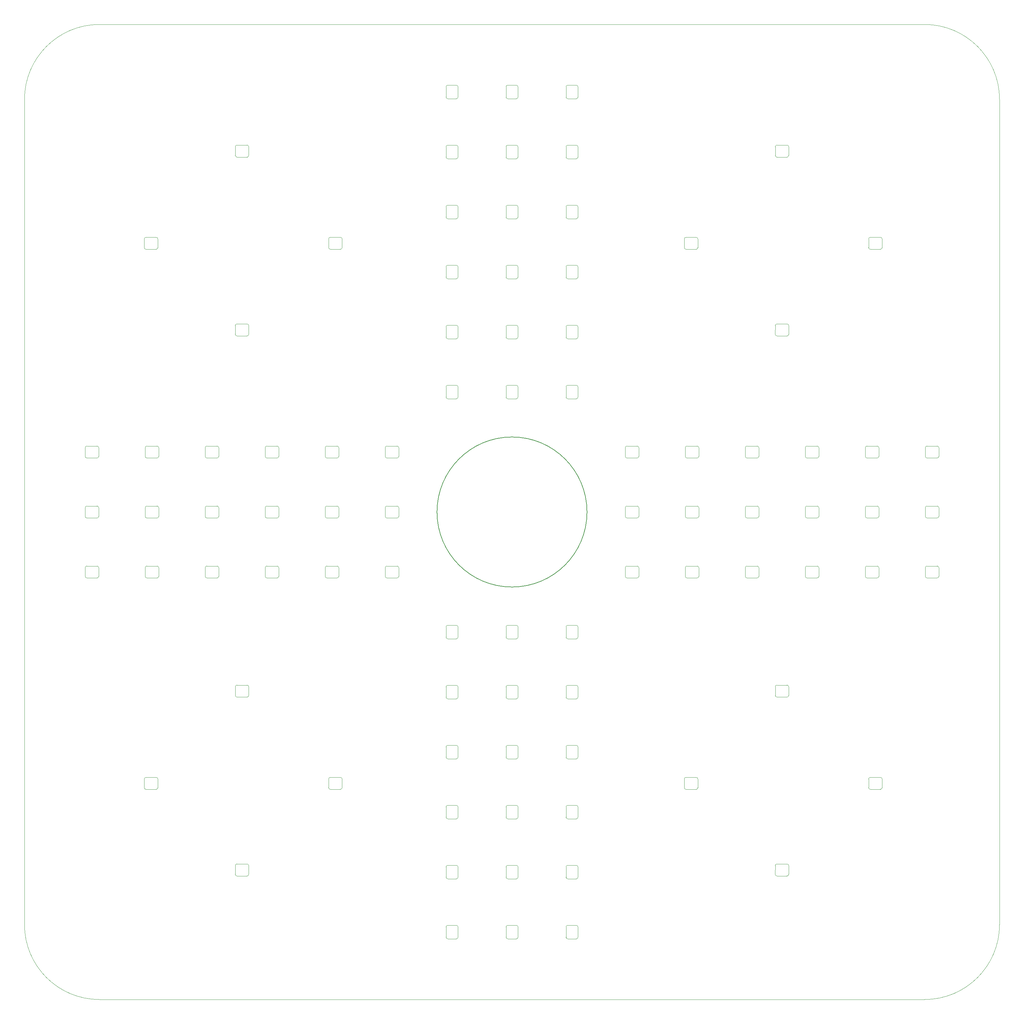
<source format=gm1>
G04 #@! TF.GenerationSoftware,KiCad,Pcbnew,8.0.1*
G04 #@! TF.CreationDate,2024-08-27T15:58:47+05:30*
G04 #@! TF.ProjectId,Ludo,4c75646f-2e6b-4696-9361-645f70636258,rev?*
G04 #@! TF.SameCoordinates,Original*
G04 #@! TF.FileFunction,Profile,NP*
%FSLAX46Y46*%
G04 Gerber Fmt 4.6, Leading zero omitted, Abs format (unit mm)*
G04 Created by KiCad (PCBNEW 8.0.1) date 2024-08-27 15:58:47*
%MOMM*%
%LPD*%
G01*
G04 APERTURE LIST*
G04 #@! TA.AperFunction,Profile*
%ADD10C,0.050000*%
G04 #@! TD*
G04 #@! TA.AperFunction,Profile*
%ADD11C,0.200000*%
G04 #@! TD*
G04 APERTURE END LIST*
D10*
X265230000Y-18755000D02*
G75*
G02*
X285230000Y-38755000I0J-20000000D01*
G01*
X45230000Y-278755000D02*
X265230000Y-278755000D01*
X285230000Y-258755000D02*
G75*
G02*
X265230000Y-278755000I-20000000J0D01*
G01*
D11*
X175230000Y-148755000D02*
G75*
G02*
X135230000Y-148755000I-20000000J0D01*
G01*
X135230000Y-148755000D02*
G75*
G02*
X175230000Y-148755000I20000000J0D01*
G01*
D10*
X25230000Y-38755000D02*
X25230000Y-258755000D01*
X25230000Y-38755000D02*
G75*
G02*
X45230000Y-18755000I20000000J0D01*
G01*
X45230000Y-278755000D02*
G75*
G02*
X25230000Y-258755000I0J20000000D01*
G01*
X285230000Y-258755000D02*
X285230000Y-38755000D01*
X265230000Y-18755000D02*
X45230000Y-18755000D01*
G04 #@! TO.C,RGB30*
X169630800Y-86153480D02*
X169630800Y-83353480D01*
X170081920Y-82954301D02*
X172373000Y-82954140D01*
X172370460Y-86560940D02*
X170081920Y-86555339D01*
X172827660Y-83408800D02*
X172827660Y-86103740D01*
X169630800Y-83353480D02*
G75*
G02*
X170081920Y-82954301I451122J-55322D01*
G01*
X170081920Y-86555339D02*
G75*
G02*
X169630805Y-86153479I-40J454089D01*
G01*
X172373000Y-82954140D02*
G75*
G02*
X172827660Y-83408800I-1J-454661D01*
G01*
X172827660Y-86103740D02*
G75*
G02*
X172370460Y-86560940I-457200J0D01*
G01*
G04 #@! TO.C,RGB54*
X185424060Y-165895460D02*
X185429661Y-163606920D01*
X185831520Y-163155800D02*
X188631520Y-163155800D01*
X188576200Y-166352660D02*
X185881260Y-166352660D01*
X189030699Y-163606920D02*
X189030860Y-165898000D01*
X185429661Y-163606920D02*
G75*
G02*
X185831521Y-163155805I454089J40D01*
G01*
X185881260Y-166352660D02*
G75*
G02*
X185424060Y-165895460I0J457200D01*
G01*
X188631520Y-163155800D02*
G75*
G02*
X189030699Y-163606920I-55322J-451122D01*
G01*
X189030860Y-165898000D02*
G75*
G02*
X188576200Y-166352660I-454661J1D01*
G01*
G04 #@! TO.C,RGB8*
X89429301Y-133903080D02*
X89429140Y-131612000D01*
X89883800Y-131157340D02*
X92578740Y-131157340D01*
X92628480Y-134354200D02*
X89828480Y-134354200D01*
X93035940Y-131614540D02*
X93030339Y-133903080D01*
X89429140Y-131612000D02*
G75*
G02*
X89883800Y-131157340I454661J-1D01*
G01*
X89828480Y-134354200D02*
G75*
G02*
X89429301Y-133903080I55322J451122D01*
G01*
X92578740Y-131157340D02*
G75*
G02*
X93035940Y-131614540I0J-457200D01*
G01*
X93030339Y-133903080D02*
G75*
G02*
X92628479Y-134354195I-454089J-40D01*
G01*
G04 #@! TO.C,RGB13*
X137632340Y-86101200D02*
X137632340Y-83406260D01*
X138089540Y-82949060D02*
X140378080Y-82954661D01*
X140378080Y-86555699D02*
X138087000Y-86555860D01*
X140829200Y-83356520D02*
X140829200Y-86156520D01*
X137632340Y-83406260D02*
G75*
G02*
X138089540Y-82949060I457200J0D01*
G01*
X138087000Y-86555860D02*
G75*
G02*
X137632340Y-86101200I1J454661D01*
G01*
X140378080Y-82954661D02*
G75*
G02*
X140829195Y-83356521I40J-454089D01*
G01*
X140829200Y-86156520D02*
G75*
G02*
X140378080Y-86555699I-451122J55322D01*
G01*
G04 #@! TO.C,RGB56*
X169630800Y-198153480D02*
X169630800Y-195353480D01*
X170081920Y-194954301D02*
X172373000Y-194954140D01*
X172370460Y-198560940D02*
X170081920Y-198555339D01*
X172827660Y-195408800D02*
X172827660Y-198103740D01*
X169630800Y-195353480D02*
G75*
G02*
X170081920Y-194954301I451122J-55322D01*
G01*
X170081920Y-198555339D02*
G75*
G02*
X169630805Y-198153479I-40J454089D01*
G01*
X172373000Y-194954140D02*
G75*
G02*
X172827660Y-195408800I-1J-454661D01*
G01*
X172827660Y-198103740D02*
G75*
G02*
X172370460Y-198560940I-457200J0D01*
G01*
G04 #@! TO.C,RGB62*
X153632340Y-246101200D02*
X153632340Y-243406260D01*
X154089540Y-242949060D02*
X156378080Y-242954661D01*
X156378080Y-246555699D02*
X154087000Y-246555860D01*
X156829200Y-243356520D02*
X156829200Y-246156520D01*
X153632340Y-243406260D02*
G75*
G02*
X154089540Y-242949060I457200J0D01*
G01*
X154087000Y-246555860D02*
G75*
G02*
X153632340Y-246101200I1J454661D01*
G01*
X156378080Y-242954661D02*
G75*
G02*
X156829195Y-243356521I40J-454089D01*
G01*
X156829200Y-246156520D02*
G75*
G02*
X156378080Y-246555699I-451122J55322D01*
G01*
G04 #@! TO.C,RGB67*
X137632340Y-262101200D02*
X137632340Y-259406260D01*
X138089540Y-258949060D02*
X140378080Y-258954661D01*
X140378080Y-262555699D02*
X138087000Y-262555860D01*
X140829200Y-259356520D02*
X140829200Y-262156520D01*
X137632340Y-259406260D02*
G75*
G02*
X138089540Y-258949060I457200J0D01*
G01*
X138087000Y-262555860D02*
G75*
G02*
X137632340Y-262101200I1J454661D01*
G01*
X140378080Y-258954661D02*
G75*
G02*
X140829195Y-259356521I40J-454089D01*
G01*
X140829200Y-262156520D02*
G75*
G02*
X140378080Y-262555699I-451122J55322D01*
G01*
G04 #@! TO.C,RGB71*
X81429301Y-197653080D02*
X81429140Y-195362000D01*
X81883800Y-194907340D02*
X84578740Y-194907340D01*
X84628480Y-198104200D02*
X81828480Y-198104200D01*
X85035940Y-195364540D02*
X85030339Y-197653080D01*
X81429140Y-195362000D02*
G75*
G02*
X81883800Y-194907340I454661J-1D01*
G01*
X81828480Y-198104200D02*
G75*
G02*
X81429301Y-197653080I55322J451122D01*
G01*
X84578740Y-194907340D02*
G75*
G02*
X85035940Y-195364540I0J-457200D01*
G01*
X85030339Y-197653080D02*
G75*
G02*
X84628479Y-198104195I-454089J-40D01*
G01*
G04 #@! TO.C,RGB32*
X169630800Y-118153480D02*
X169630800Y-115353480D01*
X170081920Y-114954301D02*
X172373000Y-114954140D01*
X172370460Y-118560940D02*
X170081920Y-118555339D01*
X172827660Y-115408800D02*
X172827660Y-118103740D01*
X169630800Y-115353480D02*
G75*
G02*
X170081920Y-114954301I451122J-55322D01*
G01*
X170081920Y-118555339D02*
G75*
G02*
X169630805Y-118153479I-40J454089D01*
G01*
X172373000Y-114954140D02*
G75*
G02*
X172827660Y-115408800I-1J-454661D01*
G01*
X172827660Y-118103740D02*
G75*
G02*
X172370460Y-118560940I-457200J0D01*
G01*
G04 #@! TO.C,RGB55*
X169630800Y-182153480D02*
X169630800Y-179353480D01*
X170081920Y-178954301D02*
X172373000Y-178954140D01*
X172370460Y-182560940D02*
X170081920Y-182555339D01*
X172827660Y-179408800D02*
X172827660Y-182103740D01*
X169630800Y-179353480D02*
G75*
G02*
X170081920Y-178954301I451122J-55322D01*
G01*
X170081920Y-182555339D02*
G75*
G02*
X169630805Y-182153479I-40J454089D01*
G01*
X172373000Y-178954140D02*
G75*
G02*
X172827660Y-179408800I-1J-454661D01*
G01*
X172827660Y-182103740D02*
G75*
G02*
X172370460Y-182560940I-457200J0D01*
G01*
G04 #@! TO.C,RGB57*
X169630800Y-214153480D02*
X169630800Y-211353480D01*
X170081920Y-210954301D02*
X172373000Y-210954140D01*
X172370460Y-214560940D02*
X170081920Y-214555339D01*
X172827660Y-211408800D02*
X172827660Y-214103740D01*
X169630800Y-211353480D02*
G75*
G02*
X170081920Y-210954301I451122J-55322D01*
G01*
X170081920Y-214555339D02*
G75*
G02*
X169630805Y-214153479I-40J454089D01*
G01*
X172373000Y-210954140D02*
G75*
G02*
X172827660Y-211408800I-1J-454661D01*
G01*
X172827660Y-214103740D02*
G75*
G02*
X172370460Y-214560940I-457200J0D01*
G01*
G04 #@! TO.C,RGB17*
X153630800Y-38153480D02*
X153630800Y-35353480D01*
X154081920Y-34954301D02*
X156373000Y-34954140D01*
X156370460Y-38560940D02*
X154081920Y-38555339D01*
X156827660Y-35408800D02*
X156827660Y-38103740D01*
X153630800Y-35353480D02*
G75*
G02*
X154081920Y-34954301I451122J-55322D01*
G01*
X154081920Y-38555339D02*
G75*
G02*
X153630805Y-38153479I-40J454089D01*
G01*
X156373000Y-34954140D02*
G75*
G02*
X156827660Y-35408800I-1J-454661D01*
G01*
X156827660Y-38103740D02*
G75*
G02*
X156370460Y-38560940I-457200J0D01*
G01*
G04 #@! TO.C,RGB39*
X265424060Y-149895460D02*
X265429661Y-147606920D01*
X265831520Y-147155800D02*
X268631520Y-147155800D01*
X268576200Y-150352660D02*
X265881260Y-150352660D01*
X269030699Y-147606920D02*
X269030860Y-149898000D01*
X265429661Y-147606920D02*
G75*
G02*
X265831521Y-147155805I454089J40D01*
G01*
X265881260Y-150352660D02*
G75*
G02*
X265424060Y-149895460I0J457200D01*
G01*
X268631520Y-147155800D02*
G75*
G02*
X269030699Y-147606920I-55322J-451122D01*
G01*
X269030860Y-149898000D02*
G75*
G02*
X268576200Y-150352660I-454661J1D01*
G01*
G04 #@! TO.C,RGB82*
X41424060Y-165895460D02*
X41429661Y-163606920D01*
X41831520Y-163155800D02*
X44631520Y-163155800D01*
X44576200Y-166352660D02*
X41881260Y-166352660D01*
X45030699Y-163606920D02*
X45030860Y-165898000D01*
X41429661Y-163606920D02*
G75*
G02*
X41831521Y-163155805I454089J40D01*
G01*
X41881260Y-166352660D02*
G75*
G02*
X41424060Y-165895460I0J457200D01*
G01*
X44631520Y-163155800D02*
G75*
G02*
X45030699Y-163606920I-55322J-451122D01*
G01*
X45030860Y-165898000D02*
G75*
G02*
X44576200Y-166352660I-454661J1D01*
G01*
G04 #@! TO.C,RGB10*
X121429301Y-133903080D02*
X121429140Y-131612000D01*
X121883800Y-131157340D02*
X124578740Y-131157340D01*
X124628480Y-134354200D02*
X121828480Y-134354200D01*
X125035940Y-131614540D02*
X125030339Y-133903080D01*
X121429140Y-131612000D02*
G75*
G02*
X121883800Y-131157340I454661J-1D01*
G01*
X121828480Y-134354200D02*
G75*
G02*
X121429301Y-133903080I55322J451122D01*
G01*
X124578740Y-131157340D02*
G75*
G02*
X125035940Y-131614540I0J-457200D01*
G01*
X125030339Y-133903080D02*
G75*
G02*
X124628479Y-134354195I-454089J-40D01*
G01*
G04 #@! TO.C,RGB70*
X57179301Y-222253080D02*
X57179140Y-219962000D01*
X57633800Y-219507340D02*
X60328740Y-219507340D01*
X60378480Y-222704200D02*
X57578480Y-222704200D01*
X60785940Y-219964540D02*
X60780339Y-222253080D01*
X57179140Y-219962000D02*
G75*
G02*
X57633800Y-219507340I454661J-1D01*
G01*
X57578480Y-222704200D02*
G75*
G02*
X57179301Y-222253080I55322J451122D01*
G01*
X60328740Y-219507340D02*
G75*
G02*
X60785940Y-219964540I0J-457200D01*
G01*
X60780339Y-222253080D02*
G75*
G02*
X60378479Y-222704195I-454089J-40D01*
G01*
G04 #@! TO.C,RGB2*
X81429301Y-53653080D02*
X81429140Y-51362000D01*
X81883800Y-50907340D02*
X84578740Y-50907340D01*
X84628480Y-54104200D02*
X81828480Y-54104200D01*
X85035940Y-51364540D02*
X85030339Y-53653080D01*
X81429140Y-51362000D02*
G75*
G02*
X81883800Y-50907340I454661J-1D01*
G01*
X81828480Y-54104200D02*
G75*
G02*
X81429301Y-53653080I55322J451122D01*
G01*
X84578740Y-50907340D02*
G75*
G02*
X85035940Y-51364540I0J-457200D01*
G01*
X85030339Y-53653080D02*
G75*
G02*
X84628479Y-54104195I-454089J-40D01*
G01*
G04 #@! TO.C,RGB23*
X169630800Y-38153480D02*
X169630800Y-35353480D01*
X170081920Y-34954301D02*
X172373000Y-34954140D01*
X172370460Y-38560940D02*
X170081920Y-38555339D01*
X172827660Y-35408800D02*
X172827660Y-38103740D01*
X169630800Y-35353480D02*
G75*
G02*
X170081920Y-34954301I451122J-55322D01*
G01*
X170081920Y-38555339D02*
G75*
G02*
X169630805Y-38153479I-40J454089D01*
G01*
X172373000Y-34954140D02*
G75*
G02*
X172827660Y-35408800I-1J-454661D01*
G01*
X172827660Y-38103740D02*
G75*
G02*
X172370460Y-38560940I-457200J0D01*
G01*
G04 #@! TO.C,RGB86*
X89429301Y-149903080D02*
X89429140Y-147612000D01*
X89883800Y-147157340D02*
X92578740Y-147157340D01*
X92628480Y-150354200D02*
X89828480Y-150354200D01*
X93035940Y-147614540D02*
X93030339Y-149903080D01*
X89429140Y-147612000D02*
G75*
G02*
X89883800Y-147157340I454661J-1D01*
G01*
X89828480Y-150354200D02*
G75*
G02*
X89429301Y-149903080I55322J451122D01*
G01*
X92578740Y-147157340D02*
G75*
G02*
X93035940Y-147614540I0J-457200D01*
G01*
X93030339Y-149903080D02*
G75*
G02*
X92628479Y-150354195I-454089J-40D01*
G01*
G04 #@! TO.C,RGB27*
X225414060Y-101345460D02*
X225419661Y-99056920D01*
X225821520Y-98605800D02*
X228621520Y-98605800D01*
X228566200Y-101802660D02*
X225871260Y-101802660D01*
X229020699Y-99056920D02*
X229020860Y-101348000D01*
X225419661Y-99056920D02*
G75*
G02*
X225821521Y-98605805I454089J40D01*
G01*
X225871260Y-101802660D02*
G75*
G02*
X225414060Y-101345460I0J457200D01*
G01*
X228621520Y-98605800D02*
G75*
G02*
X229020699Y-99056920I-55322J-451122D01*
G01*
X229020860Y-101348000D02*
G75*
G02*
X228566200Y-101802660I-454661J1D01*
G01*
G04 #@! TO.C,RGB74*
X137632340Y-214101200D02*
X137632340Y-211406260D01*
X138089540Y-210949060D02*
X140378080Y-210954661D01*
X140378080Y-214555699D02*
X138087000Y-214555860D01*
X140829200Y-211356520D02*
X140829200Y-214156520D01*
X137632340Y-211406260D02*
G75*
G02*
X138089540Y-210949060I457200J0D01*
G01*
X138087000Y-214555860D02*
G75*
G02*
X137632340Y-214101200I1J454661D01*
G01*
X140378080Y-210954661D02*
G75*
G02*
X140829195Y-211356521I40J-454089D01*
G01*
X140829200Y-214156520D02*
G75*
G02*
X140378080Y-214555699I-451122J55322D01*
G01*
G04 #@! TO.C,RGB26*
X250314060Y-78245460D02*
X250319661Y-75956920D01*
X250721520Y-75505800D02*
X253521520Y-75505800D01*
X253466200Y-78702660D02*
X250771260Y-78702660D01*
X253920699Y-75956920D02*
X253920860Y-78248000D01*
X250319661Y-75956920D02*
G75*
G02*
X250721521Y-75505805I454089J40D01*
G01*
X250771260Y-78702660D02*
G75*
G02*
X250314060Y-78245460I0J457200D01*
G01*
X253521520Y-75505800D02*
G75*
G02*
X253920699Y-75956920I-55322J-451122D01*
G01*
X253920860Y-78248000D02*
G75*
G02*
X253466200Y-78702660I-454661J1D01*
G01*
G04 #@! TO.C,RGB9*
X105429301Y-133903080D02*
X105429140Y-131612000D01*
X105883800Y-131157340D02*
X108578740Y-131157340D01*
X108628480Y-134354200D02*
X105828480Y-134354200D01*
X109035940Y-131614540D02*
X109030339Y-133903080D01*
X105429140Y-131612000D02*
G75*
G02*
X105883800Y-131157340I454661J-1D01*
G01*
X105828480Y-134354200D02*
G75*
G02*
X105429301Y-133903080I55322J451122D01*
G01*
X108578740Y-131157340D02*
G75*
G02*
X109035940Y-131614540I0J-457200D01*
G01*
X109030339Y-133903080D02*
G75*
G02*
X108628479Y-134354195I-454089J-40D01*
G01*
G04 #@! TO.C,RGB41*
X233424060Y-149895460D02*
X233429661Y-147606920D01*
X233831520Y-147155800D02*
X236631520Y-147155800D01*
X236576200Y-150352660D02*
X233881260Y-150352660D01*
X237030699Y-147606920D02*
X237030860Y-149898000D01*
X233429661Y-147606920D02*
G75*
G02*
X233831521Y-147155805I454089J40D01*
G01*
X233881260Y-150352660D02*
G75*
G02*
X233424060Y-149895460I0J457200D01*
G01*
X236631520Y-147155800D02*
G75*
G02*
X237030699Y-147606920I-55322J-451122D01*
G01*
X237030860Y-149898000D02*
G75*
G02*
X236576200Y-150352660I-454661J1D01*
G01*
G04 #@! TO.C,RGB28*
X201169301Y-78253080D02*
X201169140Y-75962000D01*
X201623800Y-75507340D02*
X204318740Y-75507340D01*
X204368480Y-78704200D02*
X201568480Y-78704200D01*
X204775940Y-75964540D02*
X204770339Y-78253080D01*
X201169140Y-75962000D02*
G75*
G02*
X201623800Y-75507340I454661J-1D01*
G01*
X201568480Y-78704200D02*
G75*
G02*
X201169301Y-78253080I55322J451122D01*
G01*
X204318740Y-75507340D02*
G75*
G02*
X204775940Y-75964540I0J-457200D01*
G01*
X204770339Y-78253080D02*
G75*
G02*
X204368479Y-78704195I-454089J-40D01*
G01*
G04 #@! TO.C,RGB37*
X249429301Y-133903080D02*
X249429140Y-131612000D01*
X249883800Y-131157340D02*
X252578740Y-131157340D01*
X252628480Y-134354200D02*
X249828480Y-134354200D01*
X253035940Y-131614540D02*
X253030339Y-133903080D01*
X249429140Y-131612000D02*
G75*
G02*
X249883800Y-131157340I454661J-1D01*
G01*
X249828480Y-134354200D02*
G75*
G02*
X249429301Y-133903080I55322J451122D01*
G01*
X252578740Y-131157340D02*
G75*
G02*
X253035940Y-131614540I0J-457200D01*
G01*
X253030339Y-133903080D02*
G75*
G02*
X252628479Y-134354195I-454089J-40D01*
G01*
G04 #@! TO.C,RGB15*
X137632340Y-54101200D02*
X137632340Y-51406260D01*
X138089540Y-50949060D02*
X140378080Y-50954661D01*
X140378080Y-54555699D02*
X138087000Y-54555860D01*
X140829200Y-51356520D02*
X140829200Y-54156520D01*
X137632340Y-51406260D02*
G75*
G02*
X138089540Y-50949060I457200J0D01*
G01*
X138087000Y-54555860D02*
G75*
G02*
X137632340Y-54101200I1J454661D01*
G01*
X140378080Y-50954661D02*
G75*
G02*
X140829195Y-51356521I40J-454089D01*
G01*
X140829200Y-54156520D02*
G75*
G02*
X140378080Y-54555699I-451122J55322D01*
G01*
G04 #@! TO.C,RGB24*
X169630800Y-54153480D02*
X169630800Y-51353480D01*
X170081920Y-50954301D02*
X172373000Y-50954140D01*
X172370460Y-54560940D02*
X170081920Y-54555339D01*
X172827660Y-51408800D02*
X172827660Y-54103740D01*
X169630800Y-51353480D02*
G75*
G02*
X170081920Y-50954301I451122J-55322D01*
G01*
X170081920Y-54555339D02*
G75*
G02*
X169630805Y-54153479I-40J454089D01*
G01*
X172373000Y-50954140D02*
G75*
G02*
X172827660Y-51408800I-1J-454661D01*
G01*
X172827660Y-54103740D02*
G75*
G02*
X172370460Y-54560940I-457200J0D01*
G01*
G04 #@! TO.C,RGB1*
X57179301Y-78253080D02*
X57179140Y-75962000D01*
X57633800Y-75507340D02*
X60328740Y-75507340D01*
X60378480Y-78704200D02*
X57578480Y-78704200D01*
X60785940Y-75964540D02*
X60780339Y-78253080D01*
X57179140Y-75962000D02*
G75*
G02*
X57633800Y-75507340I454661J-1D01*
G01*
X57578480Y-78704200D02*
G75*
G02*
X57179301Y-78253080I55322J451122D01*
G01*
X60328740Y-75507340D02*
G75*
G02*
X60785940Y-75964540I0J-457200D01*
G01*
X60780339Y-78253080D02*
G75*
G02*
X60378479Y-78704195I-454089J-40D01*
G01*
G04 #@! TO.C,RGB31*
X169630800Y-102153480D02*
X169630800Y-99353480D01*
X170081920Y-98954301D02*
X172373000Y-98954140D01*
X172370460Y-102560940D02*
X170081920Y-102555339D01*
X172827660Y-99408800D02*
X172827660Y-102103740D01*
X169630800Y-99353480D02*
G75*
G02*
X170081920Y-98954301I451122J-55322D01*
G01*
X170081920Y-102555339D02*
G75*
G02*
X169630805Y-102153479I-40J454089D01*
G01*
X172373000Y-98954140D02*
G75*
G02*
X172827660Y-99408800I-1J-454661D01*
G01*
X172827660Y-102103740D02*
G75*
G02*
X172370460Y-102560940I-457200J0D01*
G01*
G04 #@! TO.C,RGB77*
X121424060Y-165895460D02*
X121429661Y-163606920D01*
X121831520Y-163155800D02*
X124631520Y-163155800D01*
X124576200Y-166352660D02*
X121881260Y-166352660D01*
X125030699Y-163606920D02*
X125030860Y-165898000D01*
X121429661Y-163606920D02*
G75*
G02*
X121831521Y-163155805I454089J40D01*
G01*
X121881260Y-166352660D02*
G75*
G02*
X121424060Y-165895460I0J457200D01*
G01*
X124631520Y-163155800D02*
G75*
G02*
X125030699Y-163606920I-55322J-451122D01*
G01*
X125030860Y-165898000D02*
G75*
G02*
X124576200Y-166352660I-454661J1D01*
G01*
G04 #@! TO.C,RGB33*
X185429301Y-133903080D02*
X185429140Y-131612000D01*
X185883800Y-131157340D02*
X188578740Y-131157340D01*
X188628480Y-134354200D02*
X185828480Y-134354200D01*
X189035940Y-131614540D02*
X189030339Y-133903080D01*
X185429140Y-131612000D02*
G75*
G02*
X185883800Y-131157340I454661J-1D01*
G01*
X185828480Y-134354200D02*
G75*
G02*
X185429301Y-133903080I55322J451122D01*
G01*
X188578740Y-131157340D02*
G75*
G02*
X189035940Y-131614540I0J-457200D01*
G01*
X189030339Y-133903080D02*
G75*
G02*
X188628479Y-134354195I-454089J-40D01*
G01*
G04 #@! TO.C,RGB83*
X41429301Y-149903080D02*
X41429140Y-147612000D01*
X41883800Y-147157340D02*
X44578740Y-147157340D01*
X44628480Y-150354200D02*
X41828480Y-150354200D01*
X45035940Y-147614540D02*
X45030339Y-149903080D01*
X41429140Y-147612000D02*
G75*
G02*
X41883800Y-147157340I454661J-1D01*
G01*
X41828480Y-150354200D02*
G75*
G02*
X41429301Y-149903080I55322J451122D01*
G01*
X44578740Y-147157340D02*
G75*
G02*
X45035940Y-147614540I0J-457200D01*
G01*
X45030339Y-149903080D02*
G75*
G02*
X44628479Y-150354195I-454089J-40D01*
G01*
G04 #@! TO.C,RGB48*
X225414060Y-245345460D02*
X225419661Y-243056920D01*
X225821520Y-242605800D02*
X228621520Y-242605800D01*
X228566200Y-245802660D02*
X225871260Y-245802660D01*
X229020699Y-243056920D02*
X229020860Y-245348000D01*
X225419661Y-243056920D02*
G75*
G02*
X225821521Y-242605805I454089J40D01*
G01*
X225871260Y-245802660D02*
G75*
G02*
X225414060Y-245345460I0J457200D01*
G01*
X228621520Y-242605800D02*
G75*
G02*
X229020699Y-243056920I-55322J-451122D01*
G01*
X229020860Y-245348000D02*
G75*
G02*
X228566200Y-245802660I-454661J1D01*
G01*
G04 #@! TO.C,RGB87*
X105429301Y-149903080D02*
X105429140Y-147612000D01*
X105883800Y-147157340D02*
X108578740Y-147157340D01*
X108628480Y-150354200D02*
X105828480Y-150354200D01*
X109035940Y-147614540D02*
X109030339Y-149903080D01*
X105429140Y-147612000D02*
G75*
G02*
X105883800Y-147157340I454661J-1D01*
G01*
X105828480Y-150354200D02*
G75*
G02*
X105429301Y-149903080I55322J451122D01*
G01*
X108578740Y-147157340D02*
G75*
G02*
X109035940Y-147614540I0J-457200D01*
G01*
X109030339Y-149903080D02*
G75*
G02*
X108628479Y-150354195I-454089J-40D01*
G01*
G04 #@! TO.C,RGB69*
X81424060Y-245345460D02*
X81429661Y-243056920D01*
X81831520Y-242605800D02*
X84631520Y-242605800D01*
X84576200Y-245802660D02*
X81881260Y-245802660D01*
X85030699Y-243056920D02*
X85030860Y-245348000D01*
X81429661Y-243056920D02*
G75*
G02*
X81831521Y-242605805I454089J40D01*
G01*
X81881260Y-245802660D02*
G75*
G02*
X81424060Y-245345460I0J457200D01*
G01*
X84631520Y-242605800D02*
G75*
G02*
X85030699Y-243056920I-55322J-451122D01*
G01*
X85030860Y-245348000D02*
G75*
G02*
X84576200Y-245802660I-454661J1D01*
G01*
G04 #@! TO.C,RGB63*
X153632340Y-230101200D02*
X153632340Y-227406260D01*
X154089540Y-226949060D02*
X156378080Y-226954661D01*
X156378080Y-230555699D02*
X154087000Y-230555860D01*
X156829200Y-227356520D02*
X156829200Y-230156520D01*
X153632340Y-227406260D02*
G75*
G02*
X154089540Y-226949060I457200J0D01*
G01*
X154087000Y-230555860D02*
G75*
G02*
X153632340Y-230101200I1J454661D01*
G01*
X156378080Y-226954661D02*
G75*
G02*
X156829195Y-227356521I40J-454089D01*
G01*
X156829200Y-230156520D02*
G75*
G02*
X156378080Y-230555699I-451122J55322D01*
G01*
G04 #@! TO.C,RGB16*
X137632340Y-38101200D02*
X137632340Y-35406260D01*
X138089540Y-34949060D02*
X140378080Y-34954661D01*
X140378080Y-38555699D02*
X138087000Y-38555860D01*
X140829200Y-35356520D02*
X140829200Y-38156520D01*
X137632340Y-35406260D02*
G75*
G02*
X138089540Y-34949060I457200J0D01*
G01*
X138087000Y-38555860D02*
G75*
G02*
X137632340Y-38101200I1J454661D01*
G01*
X140378080Y-34954661D02*
G75*
G02*
X140829195Y-35356521I40J-454089D01*
G01*
X140829200Y-38156520D02*
G75*
G02*
X140378080Y-38555699I-451122J55322D01*
G01*
G04 #@! TO.C,RGB5*
X41429301Y-133903080D02*
X41429140Y-131612000D01*
X41883800Y-131157340D02*
X44578740Y-131157340D01*
X44628480Y-134354200D02*
X41828480Y-134354200D01*
X45035940Y-131614540D02*
X45030339Y-133903080D01*
X41429140Y-131612000D02*
G75*
G02*
X41883800Y-131157340I454661J-1D01*
G01*
X41828480Y-134354200D02*
G75*
G02*
X41429301Y-133903080I55322J451122D01*
G01*
X44578740Y-131157340D02*
G75*
G02*
X45035940Y-131614540I0J-457200D01*
G01*
X45030339Y-133903080D02*
G75*
G02*
X44628479Y-134354195I-454089J-40D01*
G01*
G04 #@! TO.C,RGB7*
X73429301Y-133903080D02*
X73429140Y-131612000D01*
X73883800Y-131157340D02*
X76578740Y-131157340D01*
X76628480Y-134354200D02*
X73828480Y-134354200D01*
X77035940Y-131614540D02*
X77030339Y-133903080D01*
X73429140Y-131612000D02*
G75*
G02*
X73883800Y-131157340I454661J-1D01*
G01*
X73828480Y-134354200D02*
G75*
G02*
X73429301Y-133903080I55322J451122D01*
G01*
X76578740Y-131157340D02*
G75*
G02*
X77035940Y-131614540I0J-457200D01*
G01*
X77030339Y-133903080D02*
G75*
G02*
X76628479Y-134354195I-454089J-40D01*
G01*
G04 #@! TO.C,RGB72*
X106324060Y-222245460D02*
X106329661Y-219956920D01*
X106731520Y-219505800D02*
X109531520Y-219505800D01*
X109476200Y-222702660D02*
X106781260Y-222702660D01*
X109930699Y-219956920D02*
X109930860Y-222248000D01*
X106329661Y-219956920D02*
G75*
G02*
X106731521Y-219505805I454089J40D01*
G01*
X106781260Y-222702660D02*
G75*
G02*
X106324060Y-222245460I0J457200D01*
G01*
X109531520Y-219505800D02*
G75*
G02*
X109930699Y-219956920I-55322J-451122D01*
G01*
X109930860Y-222248000D02*
G75*
G02*
X109476200Y-222702660I-454661J1D01*
G01*
G04 #@! TO.C,RGB29*
X169630800Y-70153480D02*
X169630800Y-67353480D01*
X170081920Y-66954301D02*
X172373000Y-66954140D01*
X172370460Y-70560940D02*
X170081920Y-70555339D01*
X172827660Y-67408800D02*
X172827660Y-70103740D01*
X169630800Y-67353480D02*
G75*
G02*
X170081920Y-66954301I451122J-55322D01*
G01*
X170081920Y-70555339D02*
G75*
G02*
X169630805Y-70153479I-40J454089D01*
G01*
X172373000Y-66954140D02*
G75*
G02*
X172827660Y-67408800I-1J-454661D01*
G01*
X172827660Y-70103740D02*
G75*
G02*
X172370460Y-70560940I-457200J0D01*
G01*
G04 #@! TO.C,RGB21*
X153630800Y-102153480D02*
X153630800Y-99353480D01*
X154081920Y-98954301D02*
X156373000Y-98954140D01*
X156370460Y-102560940D02*
X154081920Y-102555339D01*
X156827660Y-99408800D02*
X156827660Y-102103740D01*
X153630800Y-99353480D02*
G75*
G02*
X154081920Y-98954301I451122J-55322D01*
G01*
X154081920Y-102555339D02*
G75*
G02*
X153630805Y-102153479I-40J454089D01*
G01*
X156373000Y-98954140D02*
G75*
G02*
X156827660Y-99408800I-1J-454661D01*
G01*
X156827660Y-102103740D02*
G75*
G02*
X156370460Y-102560940I-457200J0D01*
G01*
G04 #@! TO.C,RGB22*
X153630800Y-118153480D02*
X153630800Y-115353480D01*
X154081920Y-114954301D02*
X156373000Y-114954140D01*
X156370460Y-118560940D02*
X154081920Y-118555339D01*
X156827660Y-115408800D02*
X156827660Y-118103740D01*
X153630800Y-115353480D02*
G75*
G02*
X154081920Y-114954301I451122J-55322D01*
G01*
X154081920Y-118555339D02*
G75*
G02*
X153630805Y-118153479I-40J454089D01*
G01*
X156373000Y-114954140D02*
G75*
G02*
X156827660Y-115408800I-1J-454661D01*
G01*
X156827660Y-118103740D02*
G75*
G02*
X156370460Y-118560940I-457200J0D01*
G01*
G04 #@! TO.C,RGB51*
X233424060Y-165895460D02*
X233429661Y-163606920D01*
X233831520Y-163155800D02*
X236631520Y-163155800D01*
X236576200Y-166352660D02*
X233881260Y-166352660D01*
X237030699Y-163606920D02*
X237030860Y-165898000D01*
X233429661Y-163606920D02*
G75*
G02*
X233831521Y-163155805I454089J40D01*
G01*
X233881260Y-166352660D02*
G75*
G02*
X233424060Y-165895460I0J457200D01*
G01*
X236631520Y-163155800D02*
G75*
G02*
X237030699Y-163606920I-55322J-451122D01*
G01*
X237030860Y-165898000D02*
G75*
G02*
X236576200Y-166352660I-454661J1D01*
G01*
G04 #@! TO.C,RGB47*
X250314060Y-222245460D02*
X250319661Y-219956920D01*
X250721520Y-219505800D02*
X253521520Y-219505800D01*
X253466200Y-222702660D02*
X250771260Y-222702660D01*
X253920699Y-219956920D02*
X253920860Y-222248000D01*
X250319661Y-219956920D02*
G75*
G02*
X250721521Y-219505805I454089J40D01*
G01*
X250771260Y-222702660D02*
G75*
G02*
X250314060Y-222245460I0J457200D01*
G01*
X253521520Y-219505800D02*
G75*
G02*
X253920699Y-219956920I-55322J-451122D01*
G01*
X253920860Y-222248000D02*
G75*
G02*
X253466200Y-222702660I-454661J1D01*
G01*
G04 #@! TO.C,RGB45*
X265424060Y-165895460D02*
X265429661Y-163606920D01*
X265831520Y-163155800D02*
X268631520Y-163155800D01*
X268576200Y-166352660D02*
X265881260Y-166352660D01*
X269030699Y-163606920D02*
X269030860Y-165898000D01*
X265429661Y-163606920D02*
G75*
G02*
X265831521Y-163155805I454089J40D01*
G01*
X265881260Y-166352660D02*
G75*
G02*
X265424060Y-165895460I0J457200D01*
G01*
X268631520Y-163155800D02*
G75*
G02*
X269030699Y-163606920I-55322J-451122D01*
G01*
X269030860Y-165898000D02*
G75*
G02*
X268576200Y-166352660I-454661J1D01*
G01*
G04 #@! TO.C,RGB42*
X217424060Y-149895460D02*
X217429661Y-147606920D01*
X217831520Y-147155800D02*
X220631520Y-147155800D01*
X220576200Y-150352660D02*
X217881260Y-150352660D01*
X221030699Y-147606920D02*
X221030860Y-149898000D01*
X217429661Y-147606920D02*
G75*
G02*
X217831521Y-147155805I454089J40D01*
G01*
X217881260Y-150352660D02*
G75*
G02*
X217424060Y-149895460I0J457200D01*
G01*
X220631520Y-147155800D02*
G75*
G02*
X221030699Y-147606920I-55322J-451122D01*
G01*
X221030860Y-149898000D02*
G75*
G02*
X220576200Y-150352660I-454661J1D01*
G01*
G04 #@! TO.C,RGB78*
X105424060Y-165895460D02*
X105429661Y-163606920D01*
X105831520Y-163155800D02*
X108631520Y-163155800D01*
X108576200Y-166352660D02*
X105881260Y-166352660D01*
X109030699Y-163606920D02*
X109030860Y-165898000D01*
X105429661Y-163606920D02*
G75*
G02*
X105831521Y-163155805I454089J40D01*
G01*
X105881260Y-166352660D02*
G75*
G02*
X105424060Y-165895460I0J457200D01*
G01*
X108631520Y-163155800D02*
G75*
G02*
X109030699Y-163606920I-55322J-451122D01*
G01*
X109030860Y-165898000D02*
G75*
G02*
X108576200Y-166352660I-454661J1D01*
G01*
G04 #@! TO.C,RGB43*
X201424060Y-149895460D02*
X201429661Y-147606920D01*
X201831520Y-147155800D02*
X204631520Y-147155800D01*
X204576200Y-150352660D02*
X201881260Y-150352660D01*
X205030699Y-147606920D02*
X205030860Y-149898000D01*
X201429661Y-147606920D02*
G75*
G02*
X201831521Y-147155805I454089J40D01*
G01*
X201881260Y-150352660D02*
G75*
G02*
X201424060Y-149895460I0J457200D01*
G01*
X204631520Y-147155800D02*
G75*
G02*
X205030699Y-147606920I-55322J-451122D01*
G01*
X205030860Y-149898000D02*
G75*
G02*
X204576200Y-150352660I-454661J1D01*
G01*
G04 #@! TO.C,RGB6*
X57429301Y-133903080D02*
X57429140Y-131612000D01*
X57883800Y-131157340D02*
X60578740Y-131157340D01*
X60628480Y-134354200D02*
X57828480Y-134354200D01*
X61035940Y-131614540D02*
X61030339Y-133903080D01*
X57429140Y-131612000D02*
G75*
G02*
X57883800Y-131157340I454661J-1D01*
G01*
X57828480Y-134354200D02*
G75*
G02*
X57429301Y-133903080I55322J451122D01*
G01*
X60578740Y-131157340D02*
G75*
G02*
X61035940Y-131614540I0J-457200D01*
G01*
X61030339Y-133903080D02*
G75*
G02*
X60628479Y-134354195I-454089J-40D01*
G01*
G04 #@! TO.C,RGB58*
X169630800Y-230153480D02*
X169630800Y-227353480D01*
X170081920Y-226954301D02*
X172373000Y-226954140D01*
X172370460Y-230560940D02*
X170081920Y-230555339D01*
X172827660Y-227408800D02*
X172827660Y-230103740D01*
X169630800Y-227353480D02*
G75*
G02*
X170081920Y-226954301I451122J-55322D01*
G01*
X170081920Y-230555339D02*
G75*
G02*
X169630805Y-230153479I-40J454089D01*
G01*
X172373000Y-226954140D02*
G75*
G02*
X172827660Y-227408800I-1J-454661D01*
G01*
X172827660Y-230103740D02*
G75*
G02*
X172370460Y-230560940I-457200J0D01*
G01*
G04 #@! TO.C,RGB14*
X137632340Y-70101200D02*
X137632340Y-67406260D01*
X138089540Y-66949060D02*
X140378080Y-66954661D01*
X140378080Y-70555699D02*
X138087000Y-70555860D01*
X140829200Y-67356520D02*
X140829200Y-70156520D01*
X137632340Y-67406260D02*
G75*
G02*
X138089540Y-66949060I457200J0D01*
G01*
X138087000Y-70555860D02*
G75*
G02*
X137632340Y-70101200I1J454661D01*
G01*
X140378080Y-66954661D02*
G75*
G02*
X140829195Y-67356521I40J-454089D01*
G01*
X140829200Y-70156520D02*
G75*
G02*
X140378080Y-70555699I-451122J55322D01*
G01*
G04 #@! TO.C,RGB65*
X153632340Y-198101200D02*
X153632340Y-195406260D01*
X154089540Y-194949060D02*
X156378080Y-194954661D01*
X156378080Y-198555699D02*
X154087000Y-198555860D01*
X156829200Y-195356520D02*
X156829200Y-198156520D01*
X153632340Y-195406260D02*
G75*
G02*
X154089540Y-194949060I457200J0D01*
G01*
X154087000Y-198555860D02*
G75*
G02*
X153632340Y-198101200I1J454661D01*
G01*
X156378080Y-194954661D02*
G75*
G02*
X156829195Y-195356521I40J-454089D01*
G01*
X156829200Y-198156520D02*
G75*
G02*
X156378080Y-198555699I-451122J55322D01*
G01*
G04 #@! TO.C,RGB4*
X81424060Y-101345460D02*
X81429661Y-99056920D01*
X81831520Y-98605800D02*
X84631520Y-98605800D01*
X84576200Y-101802660D02*
X81881260Y-101802660D01*
X85030699Y-99056920D02*
X85030860Y-101348000D01*
X81429661Y-99056920D02*
G75*
G02*
X81831521Y-98605805I454089J40D01*
G01*
X81881260Y-101802660D02*
G75*
G02*
X81424060Y-101345460I0J457200D01*
G01*
X84631520Y-98605800D02*
G75*
G02*
X85030699Y-99056920I-55322J-451122D01*
G01*
X85030860Y-101348000D02*
G75*
G02*
X84576200Y-101802660I-454661J1D01*
G01*
G04 #@! TO.C,RGB19*
X153630800Y-70153480D02*
X153630800Y-67353480D01*
X154081920Y-66954301D02*
X156373000Y-66954140D01*
X156370460Y-70560940D02*
X154081920Y-70555339D01*
X156827660Y-67408800D02*
X156827660Y-70103740D01*
X153630800Y-67353480D02*
G75*
G02*
X154081920Y-66954301I451122J-55322D01*
G01*
X154081920Y-70555339D02*
G75*
G02*
X153630805Y-70153479I-40J454089D01*
G01*
X156373000Y-66954140D02*
G75*
G02*
X156827660Y-67408800I-1J-454661D01*
G01*
X156827660Y-70103740D02*
G75*
G02*
X156370460Y-70560940I-457200J0D01*
G01*
G04 #@! TO.C,RGB75*
X137632340Y-198101200D02*
X137632340Y-195406260D01*
X138089540Y-194949060D02*
X140378080Y-194954661D01*
X140378080Y-198555699D02*
X138087000Y-198555860D01*
X140829200Y-195356520D02*
X140829200Y-198156520D01*
X137632340Y-195406260D02*
G75*
G02*
X138089540Y-194949060I457200J0D01*
G01*
X138087000Y-198555860D02*
G75*
G02*
X137632340Y-198101200I1J454661D01*
G01*
X140378080Y-194954661D02*
G75*
G02*
X140829195Y-195356521I40J-454089D01*
G01*
X140829200Y-198156520D02*
G75*
G02*
X140378080Y-198555699I-451122J55322D01*
G01*
G04 #@! TO.C,RGB59*
X169630800Y-246153480D02*
X169630800Y-243353480D01*
X170081920Y-242954301D02*
X172373000Y-242954140D01*
X172370460Y-246560940D02*
X170081920Y-246555339D01*
X172827660Y-243408800D02*
X172827660Y-246103740D01*
X169630800Y-243353480D02*
G75*
G02*
X170081920Y-242954301I451122J-55322D01*
G01*
X170081920Y-246555339D02*
G75*
G02*
X169630805Y-246153479I-40J454089D01*
G01*
X172373000Y-242954140D02*
G75*
G02*
X172827660Y-243408800I-1J-454661D01*
G01*
X172827660Y-246103740D02*
G75*
G02*
X172370460Y-246560940I-457200J0D01*
G01*
G04 #@! TO.C,RGB50*
X225419301Y-197653080D02*
X225419140Y-195362000D01*
X225873800Y-194907340D02*
X228568740Y-194907340D01*
X228618480Y-198104200D02*
X225818480Y-198104200D01*
X229025940Y-195364540D02*
X229020339Y-197653080D01*
X225419140Y-195362000D02*
G75*
G02*
X225873800Y-194907340I454661J-1D01*
G01*
X225818480Y-198104200D02*
G75*
G02*
X225419301Y-197653080I55322J451122D01*
G01*
X228568740Y-194907340D02*
G75*
G02*
X229025940Y-195364540I0J-457200D01*
G01*
X229020339Y-197653080D02*
G75*
G02*
X228618479Y-198104195I-454089J-40D01*
G01*
G04 #@! TO.C,RGB46*
X249424060Y-165895460D02*
X249429661Y-163606920D01*
X249831520Y-163155800D02*
X252631520Y-163155800D01*
X252576200Y-166352660D02*
X249881260Y-166352660D01*
X253030699Y-163606920D02*
X253030860Y-165898000D01*
X249429661Y-163606920D02*
G75*
G02*
X249831521Y-163155805I454089J40D01*
G01*
X249881260Y-166352660D02*
G75*
G02*
X249424060Y-165895460I0J457200D01*
G01*
X252631520Y-163155800D02*
G75*
G02*
X253030699Y-163606920I-55322J-451122D01*
G01*
X253030860Y-165898000D02*
G75*
G02*
X252576200Y-166352660I-454661J1D01*
G01*
G04 #@! TO.C,RGB3*
X106324060Y-78245460D02*
X106329661Y-75956920D01*
X106731520Y-75505800D02*
X109531520Y-75505800D01*
X109476200Y-78702660D02*
X106781260Y-78702660D01*
X109930699Y-75956920D02*
X109930860Y-78248000D01*
X106329661Y-75956920D02*
G75*
G02*
X106731521Y-75505805I454089J40D01*
G01*
X106781260Y-78702660D02*
G75*
G02*
X106324060Y-78245460I0J457200D01*
G01*
X109531520Y-75505800D02*
G75*
G02*
X109930699Y-75956920I-55322J-451122D01*
G01*
X109930860Y-78248000D02*
G75*
G02*
X109476200Y-78702660I-454661J1D01*
G01*
G04 #@! TO.C,RGB11*
X137632340Y-118101200D02*
X137632340Y-115406260D01*
X138089540Y-114949060D02*
X140378080Y-114954661D01*
X140378080Y-118555699D02*
X138087000Y-118555860D01*
X140829200Y-115356520D02*
X140829200Y-118156520D01*
X137632340Y-115406260D02*
G75*
G02*
X138089540Y-114949060I457200J0D01*
G01*
X138087000Y-118555860D02*
G75*
G02*
X137632340Y-118101200I1J454661D01*
G01*
X140378080Y-114954661D02*
G75*
G02*
X140829195Y-115356521I40J-454089D01*
G01*
X140829200Y-118156520D02*
G75*
G02*
X140378080Y-118555699I-451122J55322D01*
G01*
G04 #@! TO.C,RGB84*
X57429301Y-149903080D02*
X57429140Y-147612000D01*
X57883800Y-147157340D02*
X60578740Y-147157340D01*
X60628480Y-150354200D02*
X57828480Y-150354200D01*
X61035940Y-147614540D02*
X61030339Y-149903080D01*
X57429140Y-147612000D02*
G75*
G02*
X57883800Y-147157340I454661J-1D01*
G01*
X57828480Y-150354200D02*
G75*
G02*
X57429301Y-149903080I55322J451122D01*
G01*
X60578740Y-147157340D02*
G75*
G02*
X61035940Y-147614540I0J-457200D01*
G01*
X61030339Y-149903080D02*
G75*
G02*
X60628479Y-150354195I-454089J-40D01*
G01*
G04 #@! TO.C,RGB44*
X185424060Y-149895460D02*
X185429661Y-147606920D01*
X185831520Y-147155800D02*
X188631520Y-147155800D01*
X188576200Y-150352660D02*
X185881260Y-150352660D01*
X189030699Y-147606920D02*
X189030860Y-149898000D01*
X185429661Y-147606920D02*
G75*
G02*
X185831521Y-147155805I454089J40D01*
G01*
X185881260Y-150352660D02*
G75*
G02*
X185424060Y-149895460I0J457200D01*
G01*
X188631520Y-147155800D02*
G75*
G02*
X189030699Y-147606920I-55322J-451122D01*
G01*
X189030860Y-149898000D02*
G75*
G02*
X188576200Y-150352660I-454661J1D01*
G01*
G04 #@! TO.C,RGB35*
X217429301Y-133903080D02*
X217429140Y-131612000D01*
X217883800Y-131157340D02*
X220578740Y-131157340D01*
X220628480Y-134354200D02*
X217828480Y-134354200D01*
X221035940Y-131614540D02*
X221030339Y-133903080D01*
X217429140Y-131612000D02*
G75*
G02*
X217883800Y-131157340I454661J-1D01*
G01*
X217828480Y-134354200D02*
G75*
G02*
X217429301Y-133903080I55322J451122D01*
G01*
X220578740Y-131157340D02*
G75*
G02*
X221035940Y-131614540I0J-457200D01*
G01*
X221030339Y-133903080D02*
G75*
G02*
X220628479Y-134354195I-454089J-40D01*
G01*
G04 #@! TO.C,RGB85*
X73429301Y-149903080D02*
X73429140Y-147612000D01*
X73883800Y-147157340D02*
X76578740Y-147157340D01*
X76628480Y-150354200D02*
X73828480Y-150354200D01*
X77035940Y-147614540D02*
X77030339Y-149903080D01*
X73429140Y-147612000D02*
G75*
G02*
X73883800Y-147157340I454661J-1D01*
G01*
X73828480Y-150354200D02*
G75*
G02*
X73429301Y-149903080I55322J451122D01*
G01*
X76578740Y-147157340D02*
G75*
G02*
X77035940Y-147614540I0J-457200D01*
G01*
X77030339Y-149903080D02*
G75*
G02*
X76628479Y-150354195I-454089J-40D01*
G01*
G04 #@! TO.C,RGB68*
X137632340Y-246101200D02*
X137632340Y-243406260D01*
X138089540Y-242949060D02*
X140378080Y-242954661D01*
X140378080Y-246555699D02*
X138087000Y-246555860D01*
X140829200Y-243356520D02*
X140829200Y-246156520D01*
X137632340Y-243406260D02*
G75*
G02*
X138089540Y-242949060I457200J0D01*
G01*
X138087000Y-246555860D02*
G75*
G02*
X137632340Y-246101200I1J454661D01*
G01*
X140378080Y-242954661D02*
G75*
G02*
X140829195Y-243356521I40J-454089D01*
G01*
X140829200Y-246156520D02*
G75*
G02*
X140378080Y-246555699I-451122J55322D01*
G01*
G04 #@! TO.C,RGB64*
X153632340Y-214101200D02*
X153632340Y-211406260D01*
X154089540Y-210949060D02*
X156378080Y-210954661D01*
X156378080Y-214555699D02*
X154087000Y-214555860D01*
X156829200Y-211356520D02*
X156829200Y-214156520D01*
X153632340Y-211406260D02*
G75*
G02*
X154089540Y-210949060I457200J0D01*
G01*
X154087000Y-214555860D02*
G75*
G02*
X153632340Y-214101200I1J454661D01*
G01*
X156378080Y-210954661D02*
G75*
G02*
X156829195Y-211356521I40J-454089D01*
G01*
X156829200Y-214156520D02*
G75*
G02*
X156378080Y-214555699I-451122J55322D01*
G01*
G04 #@! TO.C,RGB12*
X137632340Y-102101200D02*
X137632340Y-99406260D01*
X138089540Y-98949060D02*
X140378080Y-98954661D01*
X140378080Y-102555699D02*
X138087000Y-102555860D01*
X140829200Y-99356520D02*
X140829200Y-102156520D01*
X137632340Y-99406260D02*
G75*
G02*
X138089540Y-98949060I457200J0D01*
G01*
X138087000Y-102555860D02*
G75*
G02*
X137632340Y-102101200I1J454661D01*
G01*
X140378080Y-98954661D02*
G75*
G02*
X140829195Y-99356521I40J-454089D01*
G01*
X140829200Y-102156520D02*
G75*
G02*
X140378080Y-102555699I-451122J55322D01*
G01*
G04 #@! TO.C,RGB20*
X153630800Y-86153480D02*
X153630800Y-83353480D01*
X154081920Y-82954301D02*
X156373000Y-82954140D01*
X156370460Y-86560940D02*
X154081920Y-86555339D01*
X156827660Y-83408800D02*
X156827660Y-86103740D01*
X153630800Y-83353480D02*
G75*
G02*
X154081920Y-82954301I451122J-55322D01*
G01*
X154081920Y-86555339D02*
G75*
G02*
X153630805Y-86153479I-40J454089D01*
G01*
X156373000Y-82954140D02*
G75*
G02*
X156827660Y-83408800I-1J-454661D01*
G01*
X156827660Y-86103740D02*
G75*
G02*
X156370460Y-86560940I-457200J0D01*
G01*
G04 #@! TO.C,RGB18*
X153630800Y-54153480D02*
X153630800Y-51353480D01*
X154081920Y-50954301D02*
X156373000Y-50954140D01*
X156370460Y-54560940D02*
X154081920Y-54555339D01*
X156827660Y-51408800D02*
X156827660Y-54103740D01*
X153630800Y-51353480D02*
G75*
G02*
X154081920Y-50954301I451122J-55322D01*
G01*
X154081920Y-54555339D02*
G75*
G02*
X153630805Y-54153479I-40J454089D01*
G01*
X156373000Y-50954140D02*
G75*
G02*
X156827660Y-51408800I-1J-454661D01*
G01*
X156827660Y-54103740D02*
G75*
G02*
X156370460Y-54560940I-457200J0D01*
G01*
G04 #@! TO.C,RGB81*
X57424060Y-165895460D02*
X57429661Y-163606920D01*
X57831520Y-163155800D02*
X60631520Y-163155800D01*
X60576200Y-166352660D02*
X57881260Y-166352660D01*
X61030699Y-163606920D02*
X61030860Y-165898000D01*
X57429661Y-163606920D02*
G75*
G02*
X57831521Y-163155805I454089J40D01*
G01*
X57881260Y-166352660D02*
G75*
G02*
X57424060Y-165895460I0J457200D01*
G01*
X60631520Y-163155800D02*
G75*
G02*
X61030699Y-163606920I-55322J-451122D01*
G01*
X61030860Y-165898000D02*
G75*
G02*
X60576200Y-166352660I-454661J1D01*
G01*
G04 #@! TO.C,RGB38*
X265429301Y-133903080D02*
X265429140Y-131612000D01*
X265883800Y-131157340D02*
X268578740Y-131157340D01*
X268628480Y-134354200D02*
X265828480Y-134354200D01*
X269035940Y-131614540D02*
X269030339Y-133903080D01*
X265429140Y-131612000D02*
G75*
G02*
X265883800Y-131157340I454661J-1D01*
G01*
X265828480Y-134354200D02*
G75*
G02*
X265429301Y-133903080I55322J451122D01*
G01*
X268578740Y-131157340D02*
G75*
G02*
X269035940Y-131614540I0J-457200D01*
G01*
X269030339Y-133903080D02*
G75*
G02*
X268628479Y-134354195I-454089J-40D01*
G01*
G04 #@! TO.C,RGB80*
X73424060Y-165895460D02*
X73429661Y-163606920D01*
X73831520Y-163155800D02*
X76631520Y-163155800D01*
X76576200Y-166352660D02*
X73881260Y-166352660D01*
X77030699Y-163606920D02*
X77030860Y-165898000D01*
X73429661Y-163606920D02*
G75*
G02*
X73831521Y-163155805I454089J40D01*
G01*
X73881260Y-166352660D02*
G75*
G02*
X73424060Y-165895460I0J457200D01*
G01*
X76631520Y-163155800D02*
G75*
G02*
X77030699Y-163606920I-55322J-451122D01*
G01*
X77030860Y-165898000D02*
G75*
G02*
X76576200Y-166352660I-454661J1D01*
G01*
G04 #@! TO.C,RGB40*
X249424060Y-149895460D02*
X249429661Y-147606920D01*
X249831520Y-147155800D02*
X252631520Y-147155800D01*
X252576200Y-150352660D02*
X249881260Y-150352660D01*
X253030699Y-147606920D02*
X253030860Y-149898000D01*
X249429661Y-147606920D02*
G75*
G02*
X249831521Y-147155805I454089J40D01*
G01*
X249881260Y-150352660D02*
G75*
G02*
X249424060Y-149895460I0J457200D01*
G01*
X252631520Y-147155800D02*
G75*
G02*
X253030699Y-147606920I-55322J-451122D01*
G01*
X253030860Y-149898000D02*
G75*
G02*
X252576200Y-150352660I-454661J1D01*
G01*
G04 #@! TO.C,RGB25*
X225419301Y-53653080D02*
X225419140Y-51362000D01*
X225873800Y-50907340D02*
X228568740Y-50907340D01*
X228618480Y-54104200D02*
X225818480Y-54104200D01*
X229025940Y-51364540D02*
X229020339Y-53653080D01*
X225419140Y-51362000D02*
G75*
G02*
X225873800Y-50907340I454661J-1D01*
G01*
X225818480Y-54104200D02*
G75*
G02*
X225419301Y-53653080I55322J451122D01*
G01*
X228568740Y-50907340D02*
G75*
G02*
X229025940Y-51364540I0J-457200D01*
G01*
X229020339Y-53653080D02*
G75*
G02*
X228618479Y-54104195I-454089J-40D01*
G01*
G04 #@! TO.C,RGB53*
X201424060Y-165895460D02*
X201429661Y-163606920D01*
X201831520Y-163155800D02*
X204631520Y-163155800D01*
X204576200Y-166352660D02*
X201881260Y-166352660D01*
X205030699Y-163606920D02*
X205030860Y-165898000D01*
X201429661Y-163606920D02*
G75*
G02*
X201831521Y-163155805I454089J40D01*
G01*
X201881260Y-166352660D02*
G75*
G02*
X201424060Y-165895460I0J457200D01*
G01*
X204631520Y-163155800D02*
G75*
G02*
X205030699Y-163606920I-55322J-451122D01*
G01*
X205030860Y-165898000D02*
G75*
G02*
X204576200Y-166352660I-454661J1D01*
G01*
G04 #@! TO.C,RGB49*
X201169301Y-222253080D02*
X201169140Y-219962000D01*
X201623800Y-219507340D02*
X204318740Y-219507340D01*
X204368480Y-222704200D02*
X201568480Y-222704200D01*
X204775940Y-219964540D02*
X204770339Y-222253080D01*
X201169140Y-219962000D02*
G75*
G02*
X201623800Y-219507340I454661J-1D01*
G01*
X201568480Y-222704200D02*
G75*
G02*
X201169301Y-222253080I55322J451122D01*
G01*
X204318740Y-219507340D02*
G75*
G02*
X204775940Y-219964540I0J-457200D01*
G01*
X204770339Y-222253080D02*
G75*
G02*
X204368479Y-222704195I-454089J-40D01*
G01*
G04 #@! TO.C,RGB88*
X121429301Y-149903080D02*
X121429140Y-147612000D01*
X121883800Y-147157340D02*
X124578740Y-147157340D01*
X124628480Y-150354200D02*
X121828480Y-150354200D01*
X125035940Y-147614540D02*
X125030339Y-149903080D01*
X121429140Y-147612000D02*
G75*
G02*
X121883800Y-147157340I454661J-1D01*
G01*
X121828480Y-150354200D02*
G75*
G02*
X121429301Y-149903080I55322J451122D01*
G01*
X124578740Y-147157340D02*
G75*
G02*
X125035940Y-147614540I0J-457200D01*
G01*
X125030339Y-149903080D02*
G75*
G02*
X124628479Y-150354195I-454089J-40D01*
G01*
G04 #@! TO.C,RGB34*
X201429301Y-133903080D02*
X201429140Y-131612000D01*
X201883800Y-131157340D02*
X204578740Y-131157340D01*
X204628480Y-134354200D02*
X201828480Y-134354200D01*
X205035940Y-131614540D02*
X205030339Y-133903080D01*
X201429140Y-131612000D02*
G75*
G02*
X201883800Y-131157340I454661J-1D01*
G01*
X201828480Y-134354200D02*
G75*
G02*
X201429301Y-133903080I55322J451122D01*
G01*
X204578740Y-131157340D02*
G75*
G02*
X205035940Y-131614540I0J-457200D01*
G01*
X205030339Y-133903080D02*
G75*
G02*
X204628479Y-134354195I-454089J-40D01*
G01*
G04 #@! TO.C,RGB52*
X217424060Y-165895460D02*
X217429661Y-163606920D01*
X217831520Y-163155800D02*
X220631520Y-163155800D01*
X220576200Y-166352660D02*
X217881260Y-166352660D01*
X221030699Y-163606920D02*
X221030860Y-165898000D01*
X217429661Y-163606920D02*
G75*
G02*
X217831521Y-163155805I454089J40D01*
G01*
X217881260Y-166352660D02*
G75*
G02*
X217424060Y-165895460I0J457200D01*
G01*
X220631520Y-163155800D02*
G75*
G02*
X221030699Y-163606920I-55322J-451122D01*
G01*
X221030860Y-165898000D02*
G75*
G02*
X220576200Y-166352660I-454661J1D01*
G01*
G04 #@! TO.C,RGB73*
X137632340Y-230101200D02*
X137632340Y-227406260D01*
X138089540Y-226949060D02*
X140378080Y-226954661D01*
X140378080Y-230555699D02*
X138087000Y-230555860D01*
X140829200Y-227356520D02*
X140829200Y-230156520D01*
X137632340Y-227406260D02*
G75*
G02*
X138089540Y-226949060I457200J0D01*
G01*
X138087000Y-230555860D02*
G75*
G02*
X137632340Y-230101200I1J454661D01*
G01*
X140378080Y-226954661D02*
G75*
G02*
X140829195Y-227356521I40J-454089D01*
G01*
X140829200Y-230156520D02*
G75*
G02*
X140378080Y-230555699I-451122J55322D01*
G01*
G04 #@! TO.C,RGB76*
X137632340Y-182101200D02*
X137632340Y-179406260D01*
X138089540Y-178949060D02*
X140378080Y-178954661D01*
X140378080Y-182555699D02*
X138087000Y-182555860D01*
X140829200Y-179356520D02*
X140829200Y-182156520D01*
X137632340Y-179406260D02*
G75*
G02*
X138089540Y-178949060I457200J0D01*
G01*
X138087000Y-182555860D02*
G75*
G02*
X137632340Y-182101200I1J454661D01*
G01*
X140378080Y-178954661D02*
G75*
G02*
X140829195Y-179356521I40J-454089D01*
G01*
X140829200Y-182156520D02*
G75*
G02*
X140378080Y-182555699I-451122J55322D01*
G01*
G04 #@! TO.C,RGB61*
X153632340Y-262101200D02*
X153632340Y-259406260D01*
X154089540Y-258949060D02*
X156378080Y-258954661D01*
X156378080Y-262555699D02*
X154087000Y-262555860D01*
X156829200Y-259356520D02*
X156829200Y-262156520D01*
X153632340Y-259406260D02*
G75*
G02*
X154089540Y-258949060I457200J0D01*
G01*
X154087000Y-262555860D02*
G75*
G02*
X153632340Y-262101200I1J454661D01*
G01*
X156378080Y-258954661D02*
G75*
G02*
X156829195Y-259356521I40J-454089D01*
G01*
X156829200Y-262156520D02*
G75*
G02*
X156378080Y-262555699I-451122J55322D01*
G01*
G04 #@! TO.C,RGB60*
X169630800Y-262153480D02*
X169630800Y-259353480D01*
X170081920Y-258954301D02*
X172373000Y-258954140D01*
X172370460Y-262560940D02*
X170081920Y-262555339D01*
X172827660Y-259408800D02*
X172827660Y-262103740D01*
X169630800Y-259353480D02*
G75*
G02*
X170081920Y-258954301I451122J-55322D01*
G01*
X170081920Y-262555339D02*
G75*
G02*
X169630805Y-262153479I-40J454089D01*
G01*
X172373000Y-258954140D02*
G75*
G02*
X172827660Y-259408800I-1J-454661D01*
G01*
X172827660Y-262103740D02*
G75*
G02*
X172370460Y-262560940I-457200J0D01*
G01*
G04 #@! TO.C,RGB79*
X89424060Y-165895460D02*
X89429661Y-163606920D01*
X89831520Y-163155800D02*
X92631520Y-163155800D01*
X92576200Y-166352660D02*
X89881260Y-166352660D01*
X93030699Y-163606920D02*
X93030860Y-165898000D01*
X89429661Y-163606920D02*
G75*
G02*
X89831521Y-163155805I454089J40D01*
G01*
X89881260Y-166352660D02*
G75*
G02*
X89424060Y-165895460I0J457200D01*
G01*
X92631520Y-163155800D02*
G75*
G02*
X93030699Y-163606920I-55322J-451122D01*
G01*
X93030860Y-165898000D02*
G75*
G02*
X92576200Y-166352660I-454661J1D01*
G01*
G04 #@! TO.C,RGB36*
X233429301Y-133903080D02*
X233429140Y-131612000D01*
X233883800Y-131157340D02*
X236578740Y-131157340D01*
X236628480Y-134354200D02*
X233828480Y-134354200D01*
X237035940Y-131614540D02*
X237030339Y-133903080D01*
X233429140Y-131612000D02*
G75*
G02*
X233883800Y-131157340I454661J-1D01*
G01*
X233828480Y-134354200D02*
G75*
G02*
X233429301Y-133903080I55322J451122D01*
G01*
X236578740Y-131157340D02*
G75*
G02*
X237035940Y-131614540I0J-457200D01*
G01*
X237030339Y-133903080D02*
G75*
G02*
X236628479Y-134354195I-454089J-40D01*
G01*
G04 #@! TO.C,RGB66*
X153632340Y-182101200D02*
X153632340Y-179406260D01*
X154089540Y-178949060D02*
X156378080Y-178954661D01*
X156378080Y-182555699D02*
X154087000Y-182555860D01*
X156829200Y-179356520D02*
X156829200Y-182156520D01*
X153632340Y-179406260D02*
G75*
G02*
X154089540Y-178949060I457200J0D01*
G01*
X154087000Y-182555860D02*
G75*
G02*
X153632340Y-182101200I1J454661D01*
G01*
X156378080Y-178954661D02*
G75*
G02*
X156829195Y-179356521I40J-454089D01*
G01*
X156829200Y-182156520D02*
G75*
G02*
X156378080Y-182555699I-451122J55322D01*
G01*
G04 #@! TD*
M02*

</source>
